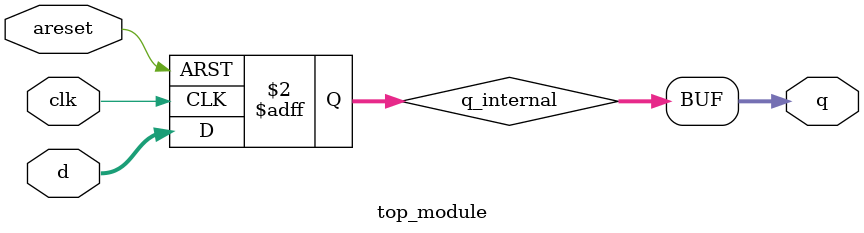
<source format=sv>
module top_module(
	input clk,
	input [7:0] d,
	input areset,
	output reg [7:0] q);

	reg [7:0] q_internal;

	always @(posedge clk or posedge areset) begin
		if (areset)
			q_internal <= 8'b0;
		else
			q_internal <= d;
	end

	assign q = q_internal;

endmodule

</source>
